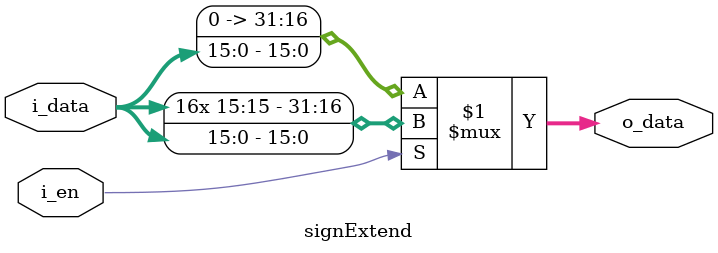
<source format=v>
module signExtend(i_data,i_en,o_data);
parameter WISIGNEXTEND = 16;
parameter WOSIGNEXTEND = 32;

input   [WISIGNEXTEND-1 : 0]  		i_data;
input 								i_en;
output  [WOSIGNEXTEND-1 : 0]  	o_data;
	
assign o_data = i_en ? { {WISIGNEXTEND{i_data[WISIGNEXTEND-1]}} , i_data } : {16'b0,i_data};
endmodule
</source>
